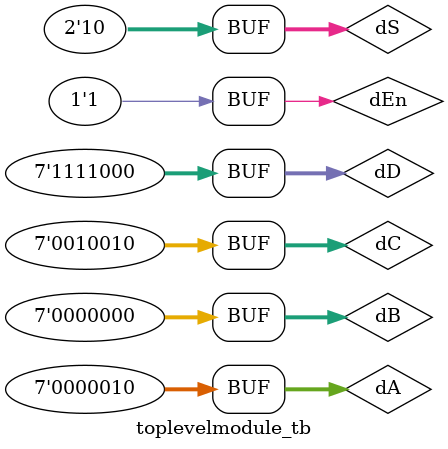
<source format=sv>
module toplevelmodule_tb;
  reg [6:0] dA,dB,dC,dD;
  reg [1:0] dS; 
  reg  dEn;
  wire [6:0] dY;
  wire dEnA, dEnB,dEnC,dEnD;
  
  toplevelmodule C11(dA,dB,dC,dD,dS,dEn,dEnA,dEnB,dEnC,dEnD,dY);
  
  initial 
    begin
      dA = 7'b0000010 ; dB = 7'b0000000; dC = 7'b0010010; dD = 7'b1111000; dS = 2'b00;dEn = 1'b0;
      #100
      dS = 2'b01;dEn = 1'b0;
      #100
      dS = 2'b10;dEn = 1'b0;
      #100
      dS = 2'b11;dEn = 1'b0;
      #100
      dS = 2'b00;dEn = 1'b1;   
      #100
      dS = 2'b10;dEn = 1'b1;  
    end
 
  initial
    begin
        $dumpfile("testResults.vcd");
      $dumpvars(1,toplevelmodule_tb);
 
      $monitor("Time=%0d,dA = %7b, dB = %7b, dC = %7b, dD = %7b, dS = %2b, dEn = %1b,dEnA = %1b, dEnB = %1b, dEnC = %1b,dEnD=%1b,dY = %7b",$time,dA,dB,dC,dD,dS,dEn,dEnA,dEnB,dEnC,dEnD,dY);
      end 
endmodule

</source>
